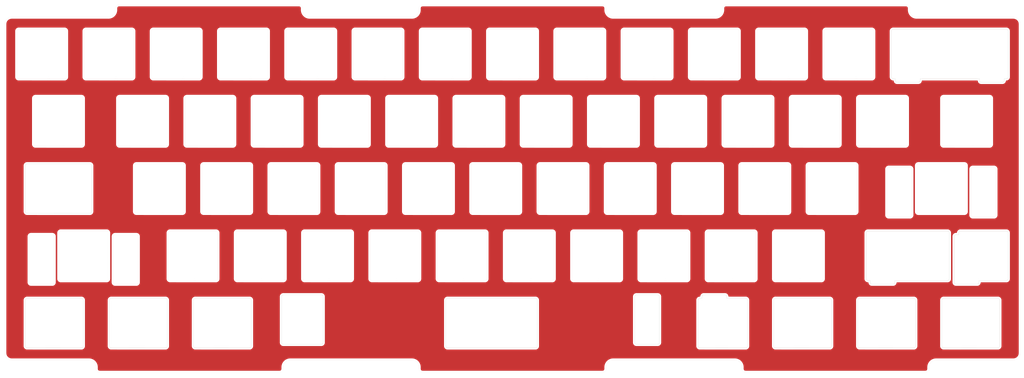
<source format=kicad_pcb>
(kicad_pcb (version 20200518) (host pcbnew "(5.99.0-1913-g40250c427)")
  (layers (0 "F.Cu" signal) (31 "B.Cu" signal) (34 "B.Paste" user) (35 "F.Paste" user) (36 "B.SilkS" user) (37 "F.SilkS" user) (38 "B.Mask" user) (39 "F.Mask" user) (44 "Edge.Cuts" user))
  (net 0 "")
  (module "acheron_MX_PlateSlots:MX150" (layer "F.Cu") (at 282.59425 64.35)
    (fp_text reference "REF**")
    (fp_text value "MX150")
    (fp_arc (start 6.5 6.5) (end 6.5 7) (angle -90) (layer "Edge.Cuts") (width 0.010007))
    (fp_line (start -7 -6.5) (end -7 6.490924) (layer "Edge.Cuts") (width 0.010007))
    (fp_arc (start 6.5 -6.5) (end 7 -6.5) (angle -90) (layer "Edge.Cuts") (width 0.010007))
    (fp_arc (start -6.5 -6.5) (end -6.5 -7) (angle -90) (layer "Edge.Cuts") (width 0.010007))
    (fp_line (start -6.5 6.990924) (end 6.5 7) (layer "Edge.Cuts") (width 0.010007))
    (fp_arc (start -6.5 6.490924) (end -7 6.490924) (angle -90) (layer "Edge.Cuts") (width 0.010007))
    (fp_line (start -6.5 -7) (end 6.5 -7) (layer "Edge.Cuts") (width 0.010007))
    (fp_line (start 7 -6.5) (end 7 6.5) (layer "Edge.Cuts") (width 0.010007))
  )
  (module "acheron_MX_PlateSlots:MX225" (layer "F.Cu") (at 275.4505 83.4)
    (fp_text reference "REF**")
    (fp_text value "MX225")
    (fp_line (start -7 -6.5) (end -7 6.5) (layer "Edge.Cuts") (width 0.010007))
    (fp_arc (start 6.5 -6.5) (end 7 -6.5) (angle -90) (layer "Edge.Cuts") (width 0.010007))
    (fp_arc (start -6.5 -6.5) (end -6.5 -7) (angle -90) (layer "Edge.Cuts") (width 0.010007))
    (fp_line (start -6.5 7) (end 6.5 7) (layer "Edge.Cuts") (width 0.010007))
    (fp_arc (start -6.5 6.5) (end -7 6.5) (angle -90) (layer "Edge.Cuts") (width 0.010007))
    (fp_line (start -6.5 -7) (end 6.5 -7) (layer "Edge.Cuts") (width 0.010007))
    (fp_arc (start 6.499672 6.500007) (end 6.499672 7.000007) (angle -90) (layer "Edge.Cuts") (width 0.010007))
    (fp_line (start 8.90625 -5.999992) (end 14.90625 -5.999992) (layer "Edge.Cuts") (width 0.010007))
    (fp_line (start 8.90625 8.000008) (end 14.90625 8.000008) (layer "Edge.Cuts") (width 0.010007))
    (fp_arc (start 14.90625 7.500008) (end 14.90625 8.000008) (angle -90) (layer "Edge.Cuts") (width 0.010007))
    (fp_line (start -14.90625 -6) (end -8.90625 -5.999992) (layer "Edge.Cuts") (width 0.010007))
    (fp_line (start -14.90625 8.000008) (end -8.90625 8.000008) (layer "Edge.Cuts") (width 0.010007))
    (fp_line (start -15.40625 -5.499992) (end -15.40625 7.500008) (layer "Edge.Cuts") (width 0.010007))
    (fp_line (start -8.40625 -5.499992) (end -8.40625 7.5) (layer "Edge.Cuts") (width 0.010007))
    (fp_line (start 8.40625 -5.499992) (end 8.40625 7.5) (layer "Edge.Cuts") (width 0.010007))
    (fp_line (start 15.40625 -5.499992) (end 15.40625 7.500008) (layer "Edge.Cuts") (width 0.010007))
    (fp_arc (start 8.90625 -5.5) (end 8.90625 -6) (angle -90) (layer "Edge.Cuts") (width 0.010007))
    (fp_arc (start 14.90625 -5.5) (end 15.40625 -5.5) (angle -90) (layer "Edge.Cuts") (width 0.010007))
    (fp_arc (start 8.90625 7.500008) (end 8.40625 7.500008) (angle -90) (layer "Edge.Cuts") (width 0.010007))
    (fp_arc (start -14.90625 -5.5) (end -14.90625 -6) (angle -90) (layer "Edge.Cuts") (width 0.010007))
    (fp_arc (start -8.90625 -5.5) (end -8.40625 -5.5) (angle -90) (layer "Edge.Cuts") (width 0.010007))
    (fp_arc (start -14.90625 7.500008) (end -15.40625 7.500008) (angle -90) (layer "Edge.Cuts") (width 0.010007))
    (fp_arc (start -8.90625 7.500008) (end -8.90625 8.000008) (angle -90) (layer "Edge.Cuts") (width 0.010007))
    (fp_line (start 6.999672 -6.499992) (end 6.999672 6.500007) (layer "Edge.Cuts") (width 0.010007))
  )
  (module "acheron_MX_PlateSlots:MX225" (layer "F.Cu") (at 32.563 102.45)
    (fp_text reference "REF**")
    (fp_text value "MX225")
    (fp_line (start 6.999672 -6.499992) (end 6.999672 6.500007) (layer "Edge.Cuts") (width 0.010007))
    (fp_arc (start -8.90625 7.500008) (end -8.90625 8.000008) (angle -90) (layer "Edge.Cuts") (width 0.010007))
    (fp_arc (start -14.90625 7.500008) (end -15.40625 7.500008) (angle -90) (layer "Edge.Cuts") (width 0.010007))
    (fp_arc (start -8.90625 -5.5) (end -8.40625 -5.5) (angle -90) (layer "Edge.Cuts") (width 0.010007))
    (fp_arc (start -14.90625 -5.5) (end -14.90625 -6) (angle -90) (layer "Edge.Cuts") (width 0.010007))
    (fp_arc (start 8.90625 7.500008) (end 8.40625 7.500008) (angle -90) (layer "Edge.Cuts") (width 0.010007))
    (fp_arc (start 14.90625 -5.5) (end 15.40625 -5.5) (angle -90) (layer "Edge.Cuts") (width 0.010007))
    (fp_arc (start 8.90625 -5.5) (end 8.90625 -6) (angle -90) (layer "Edge.Cuts") (width 0.010007))
    (fp_line (start 15.40625 -5.499992) (end 15.40625 7.500008) (layer "Edge.Cuts") (width 0.010007))
    (fp_line (start 8.40625 -5.499992) (end 8.40625 7.5) (layer "Edge.Cuts") (width 0.010007))
    (fp_line (start -8.40625 -5.499992) (end -8.40625 7.5) (layer "Edge.Cuts") (width 0.010007))
    (fp_line (start -15.40625 -5.499992) (end -15.40625 7.500008) (layer "Edge.Cuts") (width 0.010007))
    (fp_line (start -14.90625 8.000008) (end -8.90625 8.000008) (layer "Edge.Cuts") (width 0.010007))
    (fp_line (start -14.90625 -6) (end -8.90625 -5.999992) (layer "Edge.Cuts") (width 0.010007))
    (fp_arc (start 14.90625 7.500008) (end 14.90625 8.000008) (angle -90) (layer "Edge.Cuts") (width 0.010007))
    (fp_line (start 8.90625 8.000008) (end 14.90625 8.000008) (layer "Edge.Cuts") (width 0.010007))
    (fp_line (start 8.90625 -5.999992) (end 14.90625 -5.999992) (layer "Edge.Cuts") (width 0.010007))
    (fp_arc (start 6.499672 6.500007) (end 6.499672 7.000007) (angle -90) (layer "Edge.Cuts") (width 0.010007))
    (fp_line (start -6.5 -7) (end 6.5 -7) (layer "Edge.Cuts") (width 0.010007))
    (fp_arc (start -6.5 6.5) (end -7 6.5) (angle -90) (layer "Edge.Cuts") (width 0.010007))
    (fp_line (start -6.5 7) (end 6.5 7) (layer "Edge.Cuts") (width 0.010007))
    (fp_arc (start -6.5 -6.5) (end -6.5 -7) (angle -90) (layer "Edge.Cuts") (width 0.010007))
    (fp_arc (start 6.5 -6.5) (end 7 -6.5) (angle -90) (layer "Edge.Cuts") (width 0.010007))
    (fp_line (start -7 -6.5) (end -7 6.5) (layer "Edge.Cuts") (width 0.010007))
  )
  (module "acheron_MX_PlateSlots:MX100" (layer "F.Cu") (at 234.96925 102.45)
    (fp_text reference "REF**")
    (fp_text value "MX100")
    (fp_arc (start 6.5 6.5) (end 6.5 7) (angle -90) (layer "Edge.Cuts") (width 0.010007))
    (fp_line (start -7 -6.5) (end -7 6.490924) (layer "Edge.Cuts") (width 0.010007))
    (fp_arc (start 6.5 -6.5) (end 7 -6.5) (angle -90) (layer "Edge.Cuts") (width 0.010007))
    (fp_arc (start -6.5 -6.5) (end -6.5 -7) (angle -90) (layer "Edge.Cuts") (width 0.010007))
    (fp_line (start -6.5 6.990924) (end 6.5 7) (layer "Edge.Cuts") (width 0.010007))
    (fp_arc (start -6.5 6.490924) (end -7 6.490924) (angle -90) (layer "Edge.Cuts") (width 0.010007))
    (fp_line (start -6.5 -7) (end 6.5 -7) (layer "Edge.Cuts") (width 0.010007))
    (fp_line (start 7 -6.5) (end 7 6.5) (layer "Edge.Cuts") (width 0.010007))
  )
  (module "acheron_MX_PlateSlots:MX100" (layer "F.Cu") (at 215.91925 102.45)
    (fp_text reference "REF**")
    (fp_text value "MX100")
    (fp_line (start 7 -6.5) (end 7 6.5) (layer "Edge.Cuts") (width 0.010007))
    (fp_line (start -6.5 -7) (end 6.5 -7) (layer "Edge.Cuts") (width 0.010007))
    (fp_arc (start -6.5 6.490924) (end -7 6.490924) (angle -90) (layer "Edge.Cuts") (width 0.010007))
    (fp_line (start -6.5 6.990924) (end 6.5 7) (layer "Edge.Cuts") (width 0.010007))
    (fp_arc (start -6.5 -6.5) (end -6.5 -7) (angle -90) (layer "Edge.Cuts") (width 0.010007))
    (fp_arc (start 6.5 -6.5) (end 7 -6.5) (angle -90) (layer "Edge.Cuts") (width 0.010007))
    (fp_line (start -7 -6.5) (end -7 6.490924) (layer "Edge.Cuts") (width 0.010007))
    (fp_arc (start 6.5 6.5) (end 6.5 7) (angle -90) (layer "Edge.Cuts") (width 0.010007))
  )
  (module "acheron_MX_PlateSlots:MX100" (layer "F.Cu") (at 196.86925 102.45)
    (fp_text reference "REF**")
    (fp_text value "MX100")
    (fp_line (start 7 -6.5) (end 7 6.5) (layer "Edge.Cuts") (width 0.010007))
    (fp_line (start -6.5 -7) (end 6.5 -7) (layer "Edge.Cuts") (width 0.010007))
    (fp_arc (start -6.5 6.490924) (end -7 6.490924) (angle -90) (layer "Edge.Cuts") (width 0.010007))
    (fp_line (start -6.5 6.990924) (end 6.5 7) (layer "Edge.Cuts") (width 0.010007))
    (fp_arc (start -6.5 -6.5) (end -6.5 -7) (angle -90) (layer "Edge.Cuts") (width 0.010007))
    (fp_arc (start 6.5 -6.5) (end 7 -6.5) (angle -90) (layer "Edge.Cuts") (width 0.010007))
    (fp_line (start -7 -6.5) (end -7 6.490924) (layer "Edge.Cuts") (width 0.010007))
    (fp_arc (start 6.5 6.5) (end 6.5 7) (angle -90) (layer "Edge.Cuts") (width 0.010007))
  )
  (module "acheron_MX_PlateSlots:MX100" (layer "F.Cu") (at 120.66925 102.45)
    (fp_text reference "REF**")
    (fp_text value "MX100")
    (fp_arc (start 6.5 6.5) (end 6.5 7) (angle -90) (layer "Edge.Cuts") (width 0.010007))
    (fp_line (start -7 -6.5) (end -7 6.490924) (layer "Edge.Cuts") (width 0.010007))
    (fp_arc (start 6.5 -6.5) (end 7 -6.5) (angle -90) (layer "Edge.Cuts") (width 0.010007))
    (fp_arc (start -6.5 -6.5) (end -6.5 -7) (angle -90) (layer "Edge.Cuts") (width 0.010007))
    (fp_line (start -6.5 6.990924) (end 6.5 7) (layer "Edge.Cuts") (width 0.010007))
    (fp_arc (start -6.5 6.490924) (end -7 6.490924) (angle -90) (layer "Edge.Cuts") (width 0.010007))
    (fp_line (start -6.5 -7) (end 6.5 -7) (layer "Edge.Cuts") (width 0.010007))
    (fp_line (start 7 -6.5) (end 7 6.5) (layer "Edge.Cuts") (width 0.010007))
  )
  (module "acheron_MX_PlateSlots:MX100" (layer "F.Cu") (at 82.56925 102.45)
    (fp_text reference "REF**")
    (fp_text value "MX100")
    (fp_line (start 7 -6.5) (end 7 6.5) (layer "Edge.Cuts") (width 0.010007))
    (fp_line (start -6.5 -7) (end 6.5 -7) (layer "Edge.Cuts") (width 0.010007))
    (fp_arc (start -6.5 6.490924) (end -7 6.490924) (angle -90) (layer "Edge.Cuts") (width 0.010007))
    (fp_line (start -6.5 6.990924) (end 6.5 7) (layer "Edge.Cuts") (width 0.010007))
    (fp_arc (start -6.5 -6.5) (end -6.5 -7) (angle -90) (layer "Edge.Cuts") (width 0.010007))
    (fp_arc (start 6.5 -6.5) (end 7 -6.5) (angle -90) (layer "Edge.Cuts") (width 0.010007))
    (fp_line (start -7 -6.5) (end -7 6.490924) (layer "Edge.Cuts") (width 0.010007))
    (fp_arc (start 6.5 6.5) (end 6.5 7) (angle -90) (layer "Edge.Cuts") (width 0.010007))
  )
  (module "acheron_MX_PlateSlots:MX100" (layer "F.Cu") (at 139.71925 102.45)
    (fp_text reference "REF**")
    (fp_text value "MX100")
    (fp_line (start 7 -6.5) (end 7 6.5) (layer "Edge.Cuts") (width 0.010007))
    (fp_line (start -6.5 -7) (end 6.5 -7) (layer "Edge.Cuts") (width 0.010007))
    (fp_arc (start -6.5 6.490924) (end -7 6.490924) (angle -90) (layer "Edge.Cuts") (width 0.010007))
    (fp_line (start -6.5 6.990924) (end 6.5 7) (layer "Edge.Cuts") (width 0.010007))
    (fp_arc (start -6.5 -6.5) (end -6.5 -7) (angle -90) (layer "Edge.Cuts") (width 0.010007))
    (fp_arc (start 6.5 -6.5) (end 7 -6.5) (angle -90) (layer "Edge.Cuts") (width 0.010007))
    (fp_line (start -7 -6.5) (end -7 6.490924) (layer "Edge.Cuts") (width 0.010007))
    (fp_arc (start 6.5 6.5) (end 6.5 7) (angle -90) (layer "Edge.Cuts") (width 0.010007))
  )
  (module "acheron_MX_PlateSlots:MX100" (layer "F.Cu") (at 177.81925 102.45)
    (fp_text reference "REF**")
    (fp_text value "MX100")
    (fp_line (start 7 -6.5) (end 7 6.5) (layer "Edge.Cuts") (width 0.010007))
    (fp_line (start -6.5 -7) (end 6.5 -7) (layer "Edge.Cuts") (width 0.010007))
    (fp_arc (start -6.5 6.490924) (end -7 6.490924) (angle -90) (layer "Edge.Cuts") (width 0.010007))
    (fp_line (start -6.5 6.990924) (end 6.5 7) (layer "Edge.Cuts") (width 0.010007))
    (fp_arc (start -6.5 -6.5) (end -6.5 -7) (angle -90) (layer "Edge.Cuts") (width 0.010007))
    (fp_arc (start 6.5 -6.5) (end 7 -6.5) (angle -90) (layer "Edge.Cuts") (width 0.010007))
    (fp_line (start -7 -6.5) (end -7 6.490924) (layer "Edge.Cuts") (width 0.010007))
    (fp_arc (start 6.5 6.5) (end 6.5 7) (angle -90) (layer "Edge.Cuts") (width 0.010007))
  )
  (module "acheron_MX_PlateSlots:MX100" (layer "F.Cu") (at 158.76925 102.45)
    (fp_text reference "REF**")
    (fp_text value "MX100")
    (fp_arc (start 6.5 6.5) (end 6.5 7) (angle -90) (layer "Edge.Cuts") (width 0.010007))
    (fp_line (start -7 -6.5) (end -7 6.490924) (layer "Edge.Cuts") (width 0.010007))
    (fp_arc (start 6.5 -6.5) (end 7 -6.5) (angle -90) (layer "Edge.Cuts") (width 0.010007))
    (fp_arc (start -6.5 -6.5) (end -6.5 -7) (angle -90) (layer "Edge.Cuts") (width 0.010007))
    (fp_line (start -6.5 6.990924) (end 6.5 7) (layer "Edge.Cuts") (width 0.010007))
    (fp_arc (start -6.5 6.490924) (end -7 6.490924) (angle -90) (layer "Edge.Cuts") (width 0.010007))
    (fp_line (start -6.5 -7) (end 6.5 -7) (layer "Edge.Cuts") (width 0.010007))
    (fp_line (start 7 -6.5) (end 7 6.5) (layer "Edge.Cuts") (width 0.010007))
  )
  (module "acheron_MX_PlateSlots:MX100" (layer "F.Cu") (at 101.61925 102.45)
    (fp_text reference "REF**")
    (fp_text value "MX100")
    (fp_arc (start 6.5 6.5) (end 6.5 7) (angle -90) (layer "Edge.Cuts") (width 0.010007))
    (fp_line (start -7 -6.5) (end -7 6.490924) (layer "Edge.Cuts") (width 0.010007))
    (fp_arc (start 6.5 -6.5) (end 7 -6.5) (angle -90) (layer "Edge.Cuts") (width 0.010007))
    (fp_arc (start -6.5 -6.5) (end -6.5 -7) (angle -90) (layer "Edge.Cuts") (width 0.010007))
    (fp_line (start -6.5 6.990924) (end 6.5 7) (layer "Edge.Cuts") (width 0.010007))
    (fp_arc (start -6.5 6.490924) (end -7 6.490924) (angle -90) (layer "Edge.Cuts") (width 0.010007))
    (fp_line (start -6.5 -7) (end 6.5 -7) (layer "Edge.Cuts") (width 0.010007))
    (fp_line (start 7 -6.5) (end 7 6.5) (layer "Edge.Cuts") (width 0.010007))
  )
  (module "acheron_MX_PlateSlots:MX100" (layer "F.Cu") (at 63.51925 102.45)
    (fp_text reference "REF**")
    (fp_text value "MX100")
    (fp_arc (start 6.5 6.5) (end 6.5 7) (angle -90) (layer "Edge.Cuts") (width 0.010007))
    (fp_line (start -7 -6.5) (end -7 6.490924) (layer "Edge.Cuts") (width 0.010007))
    (fp_arc (start 6.5 -6.5) (end 7 -6.5) (angle -90) (layer "Edge.Cuts") (width 0.010007))
    (fp_arc (start -6.5 -6.5) (end -6.5 -7) (angle -90) (layer "Edge.Cuts") (width 0.010007))
    (fp_line (start -6.5 6.990924) (end 6.5 7) (layer "Edge.Cuts") (width 0.010007))
    (fp_arc (start -6.5 6.490924) (end -7 6.490924) (angle -90) (layer "Edge.Cuts") (width 0.010007))
    (fp_line (start -6.5 -7) (end 6.5 -7) (layer "Edge.Cuts") (width 0.010007))
    (fp_line (start 7 -6.5) (end 7 6.5) (layer "Edge.Cuts") (width 0.010007))
  )
  (module "acheron_MX_PlateSlots:MX100" (layer "F.Cu") (at 149.24425 83.4)
    (fp_text reference "REF**")
    (fp_text value "MX100")
    (fp_line (start 7 -6.5) (end 7 6.5) (layer "Edge.Cuts") (width 0.010007))
    (fp_line (start -6.5 -7) (end 6.5 -7) (layer "Edge.Cuts") (width 0.010007))
    (fp_arc (start -6.5 6.490924) (end -7 6.490924) (angle -90) (layer "Edge.Cuts") (width 0.010007))
    (fp_line (start -6.5 6.990924) (end 6.5 7) (layer "Edge.Cuts") (width 0.010007))
    (fp_arc (start -6.5 -6.5) (end -6.5 -7) (angle -90) (layer "Edge.Cuts") (width 0.010007))
    (fp_arc (start 6.5 -6.5) (end 7 -6.5) (angle -90) (layer "Edge.Cuts") (width 0.010007))
    (fp_line (start -7 -6.5) (end -7 6.490924) (layer "Edge.Cuts") (width 0.010007))
    (fp_arc (start 6.5 6.5) (end 6.5 7) (angle -90) (layer "Edge.Cuts") (width 0.010007))
  )
  (module "acheron_MX_PlateSlots:MX100" (layer "F.Cu") (at 73.04425 83.4)
    (fp_text reference "REF**")
    (fp_text value "MX100")
    (fp_arc (start 6.5 6.5) (end 6.5 7) (angle -90) (layer "Edge.Cuts") (width 0.010007))
    (fp_line (start -7 -6.5) (end -7 6.490924) (layer "Edge.Cuts") (width 0.010007))
    (fp_arc (start 6.5 -6.5) (end 7 -6.5) (angle -90) (layer "Edge.Cuts") (width 0.010007))
    (fp_arc (start -6.5 -6.5) (end -6.5 -7) (angle -90) (layer "Edge.Cuts") (width 0.010007))
    (fp_line (start -6.5 6.990924) (end 6.5 7) (layer "Edge.Cuts") (width 0.010007))
    (fp_arc (start -6.5 6.490924) (end -7 6.490924) (angle -90) (layer "Edge.Cuts") (width 0.010007))
    (fp_line (start -6.5 -7) (end 6.5 -7) (layer "Edge.Cuts") (width 0.010007))
    (fp_line (start 7 -6.5) (end 7 6.5) (layer "Edge.Cuts") (width 0.010007))
  )
  (module "acheron_MX_PlateSlots:MX100" (layer "F.Cu") (at 53.99425 83.4)
    (fp_text reference "REF**")
    (fp_text value "MX100")
    (fp_line (start 7 -6.5) (end 7 6.5) (layer "Edge.Cuts") (width 0.010007))
    (fp_line (start -6.5 -7) (end 6.5 -7) (layer "Edge.Cuts") (width 0.010007))
    (fp_arc (start -6.5 6.490924) (end -7 6.490924) (angle -90) (layer "Edge.Cuts") (width 0.010007))
    (fp_line (start -6.5 6.990924) (end 6.5 7) (layer "Edge.Cuts") (width 0.010007))
    (fp_arc (start -6.5 -6.5) (end -6.5 -7) (angle -90) (layer "Edge.Cuts") (width 0.010007))
    (fp_arc (start 6.5 -6.5) (end 7 -6.5) (angle -90) (layer "Edge.Cuts") (width 0.010007))
    (fp_line (start -7 -6.5) (end -7 6.490924) (layer "Edge.Cuts") (width 0.010007))
    (fp_arc (start 6.5 6.5) (end 6.5 7) (angle -90) (layer "Edge.Cuts") (width 0.010007))
  )
  (module "acheron_MX_PlateSlots:MX100" (layer "F.Cu") (at 130.19425 83.4)
    (fp_text reference "REF**")
    (fp_text value "MX100")
    (fp_arc (start 6.5 6.5) (end 6.5 7) (angle -90) (layer "Edge.Cuts") (width 0.010007))
    (fp_line (start -7 -6.5) (end -7 6.490924) (layer "Edge.Cuts") (width 0.010007))
    (fp_arc (start 6.5 -6.5) (end 7 -6.5) (angle -90) (layer "Edge.Cuts") (width 0.010007))
    (fp_arc (start -6.5 -6.5) (end -6.5 -7) (angle -90) (layer "Edge.Cuts") (width 0.010007))
    (fp_line (start -6.5 6.990924) (end 6.5 7) (layer "Edge.Cuts") (width 0.010007))
    (fp_arc (start -6.5 6.490924) (end -7 6.490924) (angle -90) (layer "Edge.Cuts") (width 0.010007))
    (fp_line (start -6.5 -7) (end 6.5 -7) (layer "Edge.Cuts") (width 0.010007))
    (fp_line (start 7 -6.5) (end 7 6.5) (layer "Edge.Cuts") (width 0.010007))
  )
  (module "acheron_MX_PlateSlots:MX100" (layer "F.Cu") (at 111.14425 83.4)
    (fp_text reference "REF**")
    (fp_text value "MX100")
    (fp_line (start 7 -6.5) (end 7 6.5) (layer "Edge.Cuts") (width 0.010007))
    (fp_line (start -6.5 -7) (end 6.5 -7) (layer "Edge.Cuts") (width 0.010007))
    (fp_arc (start -6.5 6.490924) (end -7 6.490924) (angle -90) (layer "Edge.Cuts") (width 0.010007))
    (fp_line (start -6.5 6.990924) (end 6.5 7) (layer "Edge.Cuts") (width 0.010007))
    (fp_arc (start -6.5 -6.5) (end -6.5 -7) (angle -90) (layer "Edge.Cuts") (width 0.010007))
    (fp_arc (start 6.5 -6.5) (end 7 -6.5) (angle -90) (layer "Edge.Cuts") (width 0.010007))
    (fp_line (start -7 -6.5) (end -7 6.490924) (layer "Edge.Cuts") (width 0.010007))
    (fp_arc (start 6.5 6.5) (end 6.5 7) (angle -90) (layer "Edge.Cuts") (width 0.010007))
  )
  (module "acheron_MX_PlateSlots:MX100" (layer "F.Cu") (at 92.09425 83.4)
    (fp_text reference "REF**")
    (fp_text value "MX100")
    (fp_line (start 7 -6.5) (end 7 6.5) (layer "Edge.Cuts") (width 0.010007))
    (fp_line (start -6.5 -7) (end 6.5 -7) (layer "Edge.Cuts") (width 0.010007))
    (fp_arc (start -6.5 6.490924) (end -7 6.490924) (angle -90) (layer "Edge.Cuts") (width 0.010007))
    (fp_line (start -6.5 6.990924) (end 6.5 7) (layer "Edge.Cuts") (width 0.010007))
    (fp_arc (start -6.5 -6.5) (end -6.5 -7) (angle -90) (layer "Edge.Cuts") (width 0.010007))
    (fp_arc (start 6.5 -6.5) (end 7 -6.5) (angle -90) (layer "Edge.Cuts") (width 0.010007))
    (fp_line (start -7 -6.5) (end -7 6.490924) (layer "Edge.Cuts") (width 0.010007))
    (fp_arc (start 6.5 6.5) (end 6.5 7) (angle -90) (layer "Edge.Cuts") (width 0.010007))
  )
  (module "acheron_MX_PlateSlots:MX100" (layer "F.Cu") (at 225.44425 83.4)
    (fp_text reference "REF**")
    (fp_text value "MX100")
    (fp_arc (start 6.5 6.5) (end 6.5 7) (angle -90) (layer "Edge.Cuts") (width 0.010007))
    (fp_line (start -7 -6.5) (end -7 6.490924) (layer "Edge.Cuts") (width 0.010007))
    (fp_arc (start 6.5 -6.5) (end 7 -6.5) (angle -90) (layer "Edge.Cuts") (width 0.010007))
    (fp_arc (start -6.5 -6.5) (end -6.5 -7) (angle -90) (layer "Edge.Cuts") (width 0.010007))
    (fp_line (start -6.5 6.990924) (end 6.5 7) (layer "Edge.Cuts") (width 0.010007))
    (fp_arc (start -6.5 6.490924) (end -7 6.490924) (angle -90) (layer "Edge.Cuts") (width 0.010007))
    (fp_line (start -6.5 -7) (end 6.5 -7) (layer "Edge.Cuts") (width 0.010007))
    (fp_line (start 7 -6.5) (end 7 6.5) (layer "Edge.Cuts") (width 0.010007))
  )
  (module "acheron_MX_PlateSlots:MX100" (layer "F.Cu") (at 187.34425 83.4)
    (fp_text reference "REF**")
    (fp_text value "MX100")
    (fp_line (start 7 -6.5) (end 7 6.5) (layer "Edge.Cuts") (width 0.010007))
    (fp_line (start -6.5 -7) (end 6.5 -7) (layer "Edge.Cuts") (width 0.010007))
    (fp_arc (start -6.5 6.490924) (end -7 6.490924) (angle -90) (layer "Edge.Cuts") (width 0.010007))
    (fp_line (start -6.5 6.990924) (end 6.5 7) (layer "Edge.Cuts") (width 0.010007))
    (fp_arc (start -6.5 -6.5) (end -6.5 -7) (angle -90) (layer "Edge.Cuts") (width 0.010007))
    (fp_arc (start 6.5 -6.5) (end 7 -6.5) (angle -90) (layer "Edge.Cuts") (width 0.010007))
    (fp_line (start -7 -6.5) (end -7 6.490924) (layer "Edge.Cuts") (width 0.010007))
    (fp_arc (start 6.5 6.5) (end 6.5 7) (angle -90) (layer "Edge.Cuts") (width 0.010007))
  )
  (module "acheron_MX_PlateSlots:MX100" (layer "F.Cu") (at 244.49425 83.4)
    (fp_text reference "REF**")
    (fp_text value "MX100")
    (fp_line (start 7 -6.5) (end 7 6.5) (layer "Edge.Cuts") (width 0.010007))
    (fp_line (start -6.5 -7) (end 6.5 -7) (layer "Edge.Cuts") (width 0.010007))
    (fp_arc (start -6.5 6.490924) (end -7 6.490924) (angle -90) (layer "Edge.Cuts") (width 0.010007))
    (fp_line (start -6.5 6.990924) (end 6.5 7) (layer "Edge.Cuts") (width 0.010007))
    (fp_arc (start -6.5 -6.5) (end -6.5 -7) (angle -90) (layer "Edge.Cuts") (width 0.010007))
    (fp_arc (start 6.5 -6.5) (end 7 -6.5) (angle -90) (layer "Edge.Cuts") (width 0.010007))
    (fp_line (start -7 -6.5) (end -7 6.490924) (layer "Edge.Cuts") (width 0.010007))
    (fp_arc (start 6.5 6.5) (end 6.5 7) (angle -90) (layer "Edge.Cuts") (width 0.010007))
  )
  (module "acheron_MX_PlateSlots:MX100" (layer "F.Cu") (at 206.39425 83.4)
    (fp_text reference "REF**")
    (fp_text value "MX100")
    (fp_arc (start 6.5 6.5) (end 6.5 7) (angle -90) (layer "Edge.Cuts") (width 0.010007))
    (fp_line (start -7 -6.5) (end -7 6.490924) (layer "Edge.Cuts") (width 0.010007))
    (fp_arc (start 6.5 -6.5) (end 7 -6.5) (angle -90) (layer "Edge.Cuts") (width 0.010007))
    (fp_arc (start -6.5 -6.5) (end -6.5 -7) (angle -90) (layer "Edge.Cuts") (width 0.010007))
    (fp_line (start -6.5 6.990924) (end 6.5 7) (layer "Edge.Cuts") (width 0.010007))
    (fp_arc (start -6.5 6.490924) (end -7 6.490924) (angle -90) (layer "Edge.Cuts") (width 0.010007))
    (fp_line (start -6.5 -7) (end 6.5 -7) (layer "Edge.Cuts") (width 0.010007))
    (fp_line (start 7 -6.5) (end 7 6.5) (layer "Edge.Cuts") (width 0.010007))
  )
  (module "acheron_MX_PlateSlots:MX100" (layer "F.Cu") (at 168.29425 83.4)
    (fp_text reference "REF**")
    (fp_text value "MX100")
    (fp_arc (start 6.5 6.5) (end 6.5 7) (angle -90) (layer "Edge.Cuts") (width 0.010007))
    (fp_line (start -7 -6.5) (end -7 6.490924) (layer "Edge.Cuts") (width 0.010007))
    (fp_arc (start 6.5 -6.5) (end 7 -6.5) (angle -90) (layer "Edge.Cuts") (width 0.010007))
    (fp_arc (start -6.5 -6.5) (end -6.5 -7) (angle -90) (layer "Edge.Cuts") (width 0.010007))
    (fp_line (start -6.5 6.990924) (end 6.5 7) (layer "Edge.Cuts") (width 0.010007))
    (fp_arc (start -6.5 6.490924) (end -7 6.490924) (angle -90) (layer "Edge.Cuts") (width 0.010007))
    (fp_line (start -6.5 -7) (end 6.5 -7) (layer "Edge.Cuts") (width 0.010007))
    (fp_line (start 7 -6.5) (end 7 6.5) (layer "Edge.Cuts") (width 0.010007))
  )
  (module "acheron_MX_PlateSlots:MX100" (layer "F.Cu") (at 258.78175 64.35)
    (fp_text reference "REF**")
    (fp_text value "MX100")
    (fp_arc (start 6.5 6.5) (end 6.5 7) (angle -90) (layer "Edge.Cuts") (width 0.010007))
    (fp_line (start -7 -6.5) (end -7 6.490924) (layer "Edge.Cuts") (width 0.010007))
    (fp_arc (start 6.5 -6.5) (end 7 -6.5) (angle -90) (layer "Edge.Cuts") (width 0.010007))
    (fp_arc (start -6.5 -6.5) (end -6.5 -7) (angle -90) (layer "Edge.Cuts") (width 0.010007))
    (fp_line (start -6.5 6.990924) (end 6.5 7) (layer "Edge.Cuts") (width 0.010007))
    (fp_arc (start -6.5 6.490924) (end -7 6.490924) (angle -90) (layer "Edge.Cuts") (width 0.010007))
    (fp_line (start -6.5 -7) (end 6.5 -7) (layer "Edge.Cuts") (width 0.010007))
    (fp_line (start 7 -6.5) (end 7 6.5) (layer "Edge.Cuts") (width 0.010007))
  )
  (module "acheron_MX_PlateSlots:MX100" (layer "F.Cu") (at 106.38175 64.35)
    (fp_text reference "REF**")
    (fp_text value "MX100")
    (fp_arc (start 6.5 6.5) (end 6.5 7) (angle -90) (layer "Edge.Cuts") (width 0.010007))
    (fp_line (start -7 -6.5) (end -7 6.490924) (layer "Edge.Cuts") (width 0.010007))
    (fp_arc (start 6.5 -6.5) (end 7 -6.5) (angle -90) (layer "Edge.Cuts") (width 0.010007))
    (fp_arc (start -6.5 -6.5) (end -6.5 -7) (angle -90) (layer "Edge.Cuts") (width 0.010007))
    (fp_line (start -6.5 6.990924) (end 6.5 7) (layer "Edge.Cuts") (width 0.010007))
    (fp_arc (start -6.5 6.490924) (end -7 6.490924) (angle -90) (layer "Edge.Cuts") (width 0.010007))
    (fp_line (start -6.5 -7) (end 6.5 -7) (layer "Edge.Cuts") (width 0.010007))
    (fp_line (start 7 -6.5) (end 7 6.5) (layer "Edge.Cuts") (width 0.010007))
  )
  (module "acheron_MX_PlateSlots:MX100" (layer "F.Cu") (at 220.68175 64.35)
    (fp_text reference "REF**")
    (fp_text value "MX100")
    (fp_line (start 7 -6.5) (end 7 6.5) (layer "Edge.Cuts") (width 0.010007))
    (fp_line (start -6.5 -7) (end 6.5 -7) (layer "Edge.Cuts") (width 0.010007))
    (fp_arc (start -6.5 6.490924) (end -7 6.490924) (angle -90) (layer "Edge.Cuts") (width 0.010007))
    (fp_line (start -6.5 6.990924) (end 6.5 7) (layer "Edge.Cuts") (width 0.010007))
    (fp_arc (start -6.5 -6.5) (end -6.5 -7) (angle -90) (layer "Edge.Cuts") (width 0.010007))
    (fp_arc (start 6.5 -6.5) (end 7 -6.5) (angle -90) (layer "Edge.Cuts") (width 0.010007))
    (fp_line (start -7 -6.5) (end -7 6.490924) (layer "Edge.Cuts") (width 0.010007))
    (fp_arc (start 6.5 6.5) (end 6.5 7) (angle -90) (layer "Edge.Cuts") (width 0.010007))
  )
  (module "acheron_MX_PlateSlots:MX100" (layer "F.Cu") (at 182.58175 64.35)
    (fp_text reference "REF**")
    (fp_text value "MX100")
    (fp_line (start 7 -6.5) (end 7 6.5) (layer "Edge.Cuts") (width 0.010007))
    (fp_line (start -6.5 -7) (end 6.5 -7) (layer "Edge.Cuts") (width 0.010007))
    (fp_arc (start -6.5 6.490924) (end -7 6.490924) (angle -90) (layer "Edge.Cuts") (width 0.010007))
    (fp_line (start -6.5 6.990924) (end 6.5 7) (layer "Edge.Cuts") (width 0.010007))
    (fp_arc (start -6.5 -6.5) (end -6.5 -7) (angle -90) (layer "Edge.Cuts") (width 0.010007))
    (fp_arc (start 6.5 -6.5) (end 7 -6.5) (angle -90) (layer "Edge.Cuts") (width 0.010007))
    (fp_line (start -7 -6.5) (end -7 6.490924) (layer "Edge.Cuts") (width 0.010007))
    (fp_arc (start 6.5 6.5) (end 6.5 7) (angle -90) (layer "Edge.Cuts") (width 0.010007))
  )
  (module "acheron_MX_PlateSlots:MX100" (layer "F.Cu") (at 125.43175 64.35)
    (fp_text reference "REF**")
    (fp_text value "MX100")
    (fp_line (start 7 -6.5) (end 7 6.5) (layer "Edge.Cuts") (width 0.010007))
    (fp_line (start -6.5 -7) (end 6.5 -7) (layer "Edge.Cuts") (width 0.010007))
    (fp_arc (start -6.5 6.490924) (end -7 6.490924) (angle -90) (layer "Edge.Cuts") (width 0.010007))
    (fp_line (start -6.5 6.990924) (end 6.5 7) (layer "Edge.Cuts") (width 0.010007))
    (fp_arc (start -6.5 -6.5) (end -6.5 -7) (angle -90) (layer "Edge.Cuts") (width 0.010007))
    (fp_arc (start 6.5 -6.5) (end 7 -6.5) (angle -90) (layer "Edge.Cuts") (width 0.010007))
    (fp_line (start -7 -6.5) (end -7 6.490924) (layer "Edge.Cuts") (width 0.010007))
    (fp_arc (start 6.5 6.5) (end 6.5 7) (angle -90) (layer "Edge.Cuts") (width 0.010007))
  )
  (module "acheron_MX_PlateSlots:MX100" (layer "F.Cu") (at 68.28175 64.35)
    (fp_text reference "REF**")
    (fp_text value "MX100")
    (fp_line (start 7 -6.5) (end 7 6.5) (layer "Edge.Cuts") (width 0.010007))
    (fp_line (start -6.5 -7) (end 6.5 -7) (layer "Edge.Cuts") (width 0.010007))
    (fp_arc (start -6.5 6.490924) (end -7 6.490924) (angle -90) (layer "Edge.Cuts") (width 0.010007))
    (fp_line (start -6.5 6.990924) (end 6.5 7) (layer "Edge.Cuts") (width 0.010007))
    (fp_arc (start -6.5 -6.5) (end -6.5 -7) (angle -90) (layer "Edge.Cuts") (width 0.010007))
    (fp_arc (start 6.5 -6.5) (end 7 -6.5) (angle -90) (layer "Edge.Cuts") (width 0.010007))
    (fp_line (start -7 -6.5) (end -7 6.490924) (layer "Edge.Cuts") (width 0.010007))
    (fp_arc (start 6.5 6.5) (end 6.5 7) (angle -90) (layer "Edge.Cuts") (width 0.010007))
  )
  (module "acheron_MX_PlateSlots:MX100" (layer "F.Cu") (at 201.63175 64.35)
    (fp_text reference "REF**")
    (fp_text value "MX100")
    (fp_arc (start 6.5 6.5) (end 6.5 7) (angle -90) (layer "Edge.Cuts") (width 0.010007))
    (fp_line (start -7 -6.5) (end -7 6.490924) (layer "Edge.Cuts") (width 0.010007))
    (fp_arc (start 6.5 -6.5) (end 7 -6.5) (angle -90) (layer "Edge.Cuts") (width 0.010007))
    (fp_arc (start -6.5 -6.5) (end -6.5 -7) (angle -90) (layer "Edge.Cuts") (width 0.010007))
    (fp_line (start -6.5 6.990924) (end 6.5 7) (layer "Edge.Cuts") (width 0.010007))
    (fp_arc (start -6.5 6.490924) (end -7 6.490924) (angle -90) (layer "Edge.Cuts") (width 0.010007))
    (fp_line (start -6.5 -7) (end 6.5 -7) (layer "Edge.Cuts") (width 0.010007))
    (fp_line (start 7 -6.5) (end 7 6.5) (layer "Edge.Cuts") (width 0.010007))
  )
  (module "acheron_MX_PlateSlots:MX100" (layer "F.Cu") (at 163.53175 64.35)
    (fp_text reference "REF**")
    (fp_text value "MX100")
    (fp_arc (start 6.5 6.5) (end 6.5 7) (angle -90) (layer "Edge.Cuts") (width 0.010007))
    (fp_line (start -7 -6.5) (end -7 6.490924) (layer "Edge.Cuts") (width 0.010007))
    (fp_arc (start 6.5 -6.5) (end 7 -6.5) (angle -90) (layer "Edge.Cuts") (width 0.010007))
    (fp_arc (start -6.5 -6.5) (end -6.5 -7) (angle -90) (layer "Edge.Cuts") (width 0.010007))
    (fp_line (start -6.5 6.990924) (end 6.5 7) (layer "Edge.Cuts") (width 0.010007))
    (fp_arc (start -6.5 6.490924) (end -7 6.490924) (angle -90) (layer "Edge.Cuts") (width 0.010007))
    (fp_line (start -6.5 -7) (end 6.5 -7) (layer "Edge.Cuts") (width 0.010007))
    (fp_line (start 7 -6.5) (end 7 6.5) (layer "Edge.Cuts") (width 0.010007))
  )
  (module "acheron_MX_PlateSlots:MX100" (layer "F.Cu") (at 144.48175 64.35)
    (fp_text reference "REF**")
    (fp_text value "MX100")
    (fp_arc (start 6.5 6.5) (end 6.5 7) (angle -90) (layer "Edge.Cuts") (width 0.010007))
    (fp_line (start -7 -6.5) (end -7 6.490924) (layer "Edge.Cuts") (width 0.010007))
    (fp_arc (start 6.5 -6.5) (end 7 -6.5) (angle -90) (layer "Edge.Cuts") (width 0.010007))
    (fp_arc (start -6.5 -6.5) (end -6.5 -7) (angle -90) (layer "Edge.Cuts") (width 0.010007))
    (fp_line (start -6.5 6.990924) (end 6.5 7) (layer "Edge.Cuts") (width 0.010007))
    (fp_arc (start -6.5 6.490924) (end -7 6.490924) (angle -90) (layer "Edge.Cuts") (width 0.010007))
    (fp_line (start -6.5 -7) (end 6.5 -7) (layer "Edge.Cuts") (width 0.010007))
    (fp_line (start 7 -6.5) (end 7 6.5) (layer "Edge.Cuts") (width 0.010007))
  )
  (module "acheron_MX_PlateSlots:MX100" (layer "F.Cu") (at 49.23175 64.35)
    (fp_text reference "REF**")
    (fp_text value "MX100")
    (fp_arc (start 6.5 6.5) (end 6.5 7) (angle -90) (layer "Edge.Cuts") (width 0.010007))
    (fp_line (start -7 -6.5) (end -7 6.490924) (layer "Edge.Cuts") (width 0.010007))
    (fp_arc (start 6.5 -6.5) (end 7 -6.5) (angle -90) (layer "Edge.Cuts") (width 0.010007))
    (fp_arc (start -6.5 -6.5) (end -6.5 -7) (angle -90) (layer "Edge.Cuts") (width 0.010007))
    (fp_line (start -6.5 6.990924) (end 6.5 7) (layer "Edge.Cuts") (width 0.010007))
    (fp_arc (start -6.5 6.490924) (end -7 6.490924) (angle -90) (layer "Edge.Cuts") (width 0.010007))
    (fp_line (start -6.5 -7) (end 6.5 -7) (layer "Edge.Cuts") (width 0.010007))
    (fp_line (start 7 -6.5) (end 7 6.5) (layer "Edge.Cuts") (width 0.010007))
  )
  (module "acheron_MX_PlateSlots:MX100" (layer "F.Cu") (at 239.73175 64.35)
    (fp_text reference "REF**")
    (fp_text value "MX100")
    (fp_line (start 7 -6.5) (end 7 6.5) (layer "Edge.Cuts") (width 0.010007))
    (fp_line (start -6.5 -7) (end 6.5 -7) (layer "Edge.Cuts") (width 0.010007))
    (fp_arc (start -6.5 6.490924) (end -7 6.490924) (angle -90) (layer "Edge.Cuts") (width 0.010007))
    (fp_line (start -6.5 6.990924) (end 6.5 7) (layer "Edge.Cuts") (width 0.010007))
    (fp_arc (start -6.5 -6.5) (end -6.5 -7) (angle -90) (layer "Edge.Cuts") (width 0.010007))
    (fp_arc (start 6.5 -6.5) (end 7 -6.5) (angle -90) (layer "Edge.Cuts") (width 0.010007))
    (fp_line (start -7 -6.5) (end -7 6.490924) (layer "Edge.Cuts") (width 0.010007))
    (fp_arc (start 6.5 6.5) (end 6.5 7) (angle -90) (layer "Edge.Cuts") (width 0.010007))
  )
  (module "acheron_MX_PlateSlots:MX100" (layer "F.Cu") (at 87.33175 64.35)
    (fp_text reference "REF**")
    (fp_text value "MX100")
    (fp_line (start 7 -6.5) (end 7 6.5) (layer "Edge.Cuts") (width 0.010007))
    (fp_line (start -6.5 -7) (end 6.5 -7) (layer "Edge.Cuts") (width 0.010007))
    (fp_arc (start -6.5 6.490924) (end -7 6.490924) (angle -90) (layer "Edge.Cuts") (width 0.010007))
    (fp_line (start -6.5 6.990924) (end 6.5 7) (layer "Edge.Cuts") (width 0.010007))
    (fp_arc (start -6.5 -6.5) (end -6.5 -7) (angle -90) (layer "Edge.Cuts") (width 0.010007))
    (fp_arc (start 6.5 -6.5) (end 7 -6.5) (angle -90) (layer "Edge.Cuts") (width 0.010007))
    (fp_line (start -7 -6.5) (end -7 6.490924) (layer "Edge.Cuts") (width 0.010007))
    (fp_arc (start 6.5 6.5) (end 6.5 7) (angle -90) (layer "Edge.Cuts") (width 0.010007))
  )
  (module "acheron_MX_PlateSlots:MX150" (layer "F.Cu") (at 25.41925 64.35)
    (fp_text reference "REF**")
    (fp_text value "MX150")
    (fp_line (start 7 -6.5) (end 7 6.5) (layer "Edge.Cuts") (width 0.010007))
    (fp_line (start -6.5 -7) (end 6.5 -7) (layer "Edge.Cuts") (width 0.010007))
    (fp_arc (start -6.5 6.490924) (end -7 6.490924) (angle -90) (layer "Edge.Cuts") (width 0.010007))
    (fp_line (start -6.5 6.990924) (end 6.5 7) (layer "Edge.Cuts") (width 0.010007))
    (fp_arc (start -6.5 -6.5) (end -6.5 -7) (angle -90) (layer "Edge.Cuts") (width 0.010007))
    (fp_arc (start 6.5 -6.5) (end 7 -6.5) (angle -90) (layer "Edge.Cuts") (width 0.010007))
    (fp_line (start -7 -6.5) (end -7 6.490924) (layer "Edge.Cuts") (width 0.010007))
    (fp_arc (start 6.5 6.5) (end 6.5 7) (angle -90) (layer "Edge.Cuts") (width 0.010007))
  )
  (module "acheron_MX_PlateSlots:MX100" (layer "F.Cu") (at 249.25675 45.3)
    (fp_text reference "REF**")
    (fp_text value "MX100")
    (fp_arc (start 6.5 6.5) (end 6.5 7) (angle -90) (layer "Edge.Cuts") (width 0.010007))
    (fp_line (start -7 -6.5) (end -7 6.490924) (layer "Edge.Cuts") (width 0.010007))
    (fp_arc (start 6.5 -6.5) (end 7 -6.5) (angle -90) (layer "Edge.Cuts") (width 0.010007))
    (fp_arc (start -6.5 -6.5) (end -6.5 -7) (angle -90) (layer "Edge.Cuts") (width 0.010007))
    (fp_line (start -6.5 6.990924) (end 6.5 7) (layer "Edge.Cuts") (width 0.010007))
    (fp_arc (start -6.5 6.490924) (end -7 6.490924) (angle -90) (layer "Edge.Cuts") (width 0.010007))
    (fp_line (start -6.5 -7) (end 6.5 -7) (layer "Edge.Cuts") (width 0.010007))
    (fp_line (start 7 -6.5) (end 7 6.5) (layer "Edge.Cuts") (width 0.010007))
  )
  (module "acheron_MX_PlateSlots:MX100" (layer "F.Cu") (at 230.20675 45.3)
    (fp_text reference "REF**")
    (fp_text value "MX100")
    (fp_line (start 7 -6.5) (end 7 6.5) (layer "Edge.Cuts") (width 0.010007))
    (fp_line (start -6.5 -7) (end 6.5 -7) (layer "Edge.Cuts") (width 0.010007))
    (fp_arc (start -6.5 6.490924) (end -7 6.490924) (angle -90) (layer "Edge.Cuts") (width 0.010007))
    (fp_line (start -6.5 6.990924) (end 6.5 7) (layer "Edge.Cuts") (width 0.010007))
    (fp_arc (start -6.5 -6.5) (end -6.5 -7) (angle -90) (layer "Edge.Cuts") (width 0.010007))
    (fp_arc (start 6.5 -6.5) (end 7 -6.5) (angle -90) (layer "Edge.Cuts") (width 0.010007))
    (fp_line (start -7 -6.5) (end -7 6.490924) (layer "Edge.Cuts") (width 0.010007))
    (fp_arc (start 6.5 6.5) (end 6.5 7) (angle -90) (layer "Edge.Cuts") (width 0.010007))
  )
  (module "acheron_MX_PlateSlots:MX100" (layer "F.Cu") (at 173.05675 45.3)
    (fp_text reference "REF**")
    (fp_text value "MX100")
    (fp_line (start 7 -6.5) (end 7 6.5) (layer "Edge.Cuts") (width 0.010007))
    (fp_line (start -6.5 -7) (end 6.5 -7) (layer "Edge.Cuts") (width 0.010007))
    (fp_arc (start -6.5 6.490924) (end -7 6.490924) (angle -90) (layer "Edge.Cuts") (width 0.010007))
    (fp_line (start -6.5 6.990924) (end 6.5 7) (layer "Edge.Cuts") (width 0.010007))
    (fp_arc (start -6.5 -6.5) (end -6.5 -7) (angle -90) (layer "Edge.Cuts") (width 0.010007))
    (fp_arc (start 6.5 -6.5) (end 7 -6.5) (angle -90) (layer "Edge.Cuts") (width 0.010007))
    (fp_line (start -7 -6.5) (end -7 6.490924) (layer "Edge.Cuts") (width 0.010007))
    (fp_arc (start 6.5 6.5) (end 6.5 7) (angle -90) (layer "Edge.Cuts") (width 0.010007))
  )
  (module "acheron_MX_PlateSlots:MX100" (layer "F.Cu") (at 211.15675 45.3)
    (fp_text reference "REF**")
    (fp_text value "MX100")
    (fp_arc (start 6.5 6.5) (end 6.5 7) (angle -90) (layer "Edge.Cuts") (width 0.010007))
    (fp_line (start -7 -6.5) (end -7 6.490924) (layer "Edge.Cuts") (width 0.010007))
    (fp_arc (start 6.5 -6.5) (end 7 -6.5) (angle -90) (layer "Edge.Cuts") (width 0.010007))
    (fp_arc (start -6.5 -6.5) (end -6.5 -7) (angle -90) (layer "Edge.Cuts") (width 0.010007))
    (fp_line (start -6.5 6.990924) (end 6.5 7) (layer "Edge.Cuts") (width 0.010007))
    (fp_arc (start -6.5 6.490924) (end -7 6.490924) (angle -90) (layer "Edge.Cuts") (width 0.010007))
    (fp_line (start -6.5 -7) (end 6.5 -7) (layer "Edge.Cuts") (width 0.010007))
    (fp_line (start 7 -6.5) (end 7 6.5) (layer "Edge.Cuts") (width 0.010007))
  )
  (module "acheron_MX_PlateSlots:MX100" (layer "F.Cu") (at 192.10675 45.3)
    (fp_text reference "REF**")
    (fp_text value "MX100")
    (fp_arc (start 6.5 6.5) (end 6.5 7) (angle -90) (layer "Edge.Cuts") (width 0.010007))
    (fp_line (start -7 -6.5) (end -7 6.490924) (layer "Edge.Cuts") (width 0.010007))
    (fp_arc (start 6.5 -6.5) (end 7 -6.5) (angle -90) (layer "Edge.Cuts") (width 0.010007))
    (fp_arc (start -6.5 -6.5) (end -6.5 -7) (angle -90) (layer "Edge.Cuts") (width 0.010007))
    (fp_line (start -6.5 6.990924) (end 6.5 7) (layer "Edge.Cuts") (width 0.010007))
    (fp_arc (start -6.5 6.490924) (end -7 6.490924) (angle -90) (layer "Edge.Cuts") (width 0.010007))
    (fp_line (start -6.5 -7) (end 6.5 -7) (layer "Edge.Cuts") (width 0.010007))
    (fp_line (start 7 -6.5) (end 7 6.5) (layer "Edge.Cuts") (width 0.010007))
  )
  (module "acheron_MX_PlateSlots:MX100" (layer "F.Cu") (at 154.00675 45.3)
    (fp_text reference "REF**")
    (fp_text value "MX100")
    (fp_arc (start 6.5 6.5) (end 6.5 7) (angle -90) (layer "Edge.Cuts") (width 0.010007))
    (fp_line (start -7 -6.5) (end -7 6.490924) (layer "Edge.Cuts") (width 0.010007))
    (fp_arc (start 6.5 -6.5) (end 7 -6.5) (angle -90) (layer "Edge.Cuts") (width 0.010007))
    (fp_arc (start -6.5 -6.5) (end -6.5 -7) (angle -90) (layer "Edge.Cuts") (width 0.010007))
    (fp_line (start -6.5 6.990924) (end 6.5 7) (layer "Edge.Cuts") (width 0.010007))
    (fp_arc (start -6.5 6.490924) (end -7 6.490924) (angle -90) (layer "Edge.Cuts") (width 0.010007))
    (fp_line (start -6.5 -7) (end 6.5 -7) (layer "Edge.Cuts") (width 0.010007))
    (fp_line (start 7 -6.5) (end 7 6.5) (layer "Edge.Cuts") (width 0.010007))
  )
  (module "acheron_MX_PlateSlots:MX100" (layer "F.Cu") (at 115.90675 45.3)
    (fp_text reference "REF**")
    (fp_text value "MX100")
    (fp_line (start 7 -6.5) (end 7 6.5) (layer "Edge.Cuts") (width 0.010007))
    (fp_line (start -6.5 -7) (end 6.5 -7) (layer "Edge.Cuts") (width 0.010007))
    (fp_arc (start -6.5 6.490924) (end -7 6.490924) (angle -90) (layer "Edge.Cuts") (width 0.010007))
    (fp_line (start -6.5 6.990924) (end 6.5 7) (layer "Edge.Cuts") (width 0.010007))
    (fp_arc (start -6.5 -6.5) (end -6.5 -7) (angle -90) (layer "Edge.Cuts") (width 0.010007))
    (fp_arc (start 6.5 -6.5) (end 7 -6.5) (angle -90) (layer "Edge.Cuts") (width 0.010007))
    (fp_line (start -7 -6.5) (end -7 6.490924) (layer "Edge.Cuts") (width 0.010007))
    (fp_arc (start 6.5 6.5) (end 6.5 7) (angle -90) (layer "Edge.Cuts") (width 0.010007))
  )
  (module "acheron_MX_PlateSlots:MX100" (layer "F.Cu") (at 96.85675 45.3)
    (fp_text reference "REF**")
    (fp_text value "MX100")
    (fp_arc (start 6.5 6.5) (end 6.5 7) (angle -90) (layer "Edge.Cuts") (width 0.010007))
    (fp_line (start -7 -6.5) (end -7 6.490924) (layer "Edge.Cuts") (width 0.010007))
    (fp_arc (start 6.5 -6.5) (end 7 -6.5) (angle -90) (layer "Edge.Cuts") (width 0.010007))
    (fp_arc (start -6.5 -6.5) (end -6.5 -7) (angle -90) (layer "Edge.Cuts") (width 0.010007))
    (fp_line (start -6.5 6.990924) (end 6.5 7) (layer "Edge.Cuts") (width 0.010007))
    (fp_arc (start -6.5 6.490924) (end -7 6.490924) (angle -90) (layer "Edge.Cuts") (width 0.010007))
    (fp_line (start -6.5 -7) (end 6.5 -7) (layer "Edge.Cuts") (width 0.010007))
    (fp_line (start 7 -6.5) (end 7 6.5) (layer "Edge.Cuts") (width 0.010007))
  )
  (module "acheron_MX_PlateSlots:MX100" (layer "F.Cu") (at 134.95675 45.3)
    (fp_text reference "REF**")
    (fp_text value "MX100")
    (fp_line (start 7 -6.5) (end 7 6.5) (layer "Edge.Cuts") (width 0.010007))
    (fp_line (start -6.5 -7) (end 6.5 -7) (layer "Edge.Cuts") (width 0.010007))
    (fp_arc (start -6.5 6.490924) (end -7 6.490924) (angle -90) (layer "Edge.Cuts") (width 0.010007))
    (fp_line (start -6.5 6.990924) (end 6.5 7) (layer "Edge.Cuts") (width 0.010007))
    (fp_arc (start -6.5 -6.5) (end -6.5 -7) (angle -90) (layer "Edge.Cuts") (width 0.010007))
    (fp_arc (start 6.5 -6.5) (end 7 -6.5) (angle -90) (layer "Edge.Cuts") (width 0.010007))
    (fp_line (start -7 -6.5) (end -7 6.490924) (layer "Edge.Cuts") (width 0.010007))
    (fp_arc (start 6.5 6.5) (end 6.5 7) (angle -90) (layer "Edge.Cuts") (width 0.010007))
  )
  (module "acheron_MX_PlateSlots:MX100" (layer "F.Cu") (at 77.80675 45.3)
    (fp_text reference "REF**")
    (fp_text value "MX100")
    (fp_line (start 7 -6.5) (end 7 6.5) (layer "Edge.Cuts") (width 0.010007))
    (fp_line (start -6.5 -7) (end 6.5 -7) (layer "Edge.Cuts") (width 0.010007))
    (fp_arc (start -6.5 6.490924) (end -7 6.490924) (angle -90) (layer "Edge.Cuts") (width 0.010007))
    (fp_line (start -6.5 6.990924) (end 6.5 7) (layer "Edge.Cuts") (width 0.010007))
    (fp_arc (start -6.5 -6.5) (end -6.5 -7) (angle -90) (layer "Edge.Cuts") (width 0.010007))
    (fp_arc (start 6.5 -6.5) (end 7 -6.5) (angle -90) (layer "Edge.Cuts") (width 0.010007))
    (fp_line (start -7 -6.5) (end -7 6.490924) (layer "Edge.Cuts") (width 0.010007))
    (fp_arc (start 6.5 6.5) (end 6.5 7) (angle -90) (layer "Edge.Cuts") (width 0.010007))
  )
  (module "acheron_MX_PlateSlots:MX100" (layer "F.Cu") (at 58.75675 45.3)
    (fp_text reference "REF**")
    (fp_text value "MX100")
    (fp_arc (start 6.5 6.5) (end 6.5 7) (angle -90) (layer "Edge.Cuts") (width 0.010007))
    (fp_line (start -7 -6.5) (end -7 6.490924) (layer "Edge.Cuts") (width 0.010007))
    (fp_arc (start 6.5 -6.5) (end 7 -6.5) (angle -90) (layer "Edge.Cuts") (width 0.010007))
    (fp_arc (start -6.5 -6.5) (end -6.5 -7) (angle -90) (layer "Edge.Cuts") (width 0.010007))
    (fp_line (start -6.5 6.990924) (end 6.5 7) (layer "Edge.Cuts") (width 0.010007))
    (fp_arc (start -6.5 6.490924) (end -7 6.490924) (angle -90) (layer "Edge.Cuts") (width 0.010007))
    (fp_line (start -6.5 -7) (end 6.5 -7) (layer "Edge.Cuts") (width 0.010007))
    (fp_line (start 7 -6.5) (end 7 6.5) (layer "Edge.Cuts") (width 0.010007))
  )
  (module "acheron_MX_PlateSlots:MX100" (layer "F.Cu") (at 39.70675 45.3)
    (fp_text reference "REF**")
    (fp_text value "MX100")
    (fp_arc (start 6.5 6.5) (end 6.5 7) (angle -90) (layer "Edge.Cuts") (width 0.010007))
    (fp_line (start -7 -6.5) (end -7 6.490924) (layer "Edge.Cuts") (width 0.010007))
    (fp_arc (start 6.5 -6.5) (end 7 -6.5) (angle -90) (layer "Edge.Cuts") (width 0.010007))
    (fp_arc (start -6.5 -6.5) (end -6.5 -7) (angle -90) (layer "Edge.Cuts") (width 0.010007))
    (fp_line (start -6.5 6.990924) (end 6.5 7) (layer "Edge.Cuts") (width 0.010007))
    (fp_arc (start -6.5 6.490924) (end -7 6.490924) (angle -90) (layer "Edge.Cuts") (width 0.010007))
    (fp_line (start -6.5 -7) (end 6.5 -7) (layer "Edge.Cuts") (width 0.010007))
    (fp_line (start 7 -6.5) (end 7 6.5) (layer "Edge.Cuts") (width 0.010007))
  )
  (module "acheron_MX_PlateSlots:MX100" (layer "F.Cu") (at 20.65675 45.3)
    (fp_text reference "REF**")
    (fp_text value "MX100")
    (fp_line (start 7 -6.5) (end 7 6.5) (layer "Edge.Cuts") (width 0.010007))
    (fp_line (start -6.5 -7) (end 6.5 -7) (layer "Edge.Cuts") (width 0.010007))
    (fp_arc (start -6.5 6.490924) (end -7 6.490924) (angle -90) (layer "Edge.Cuts") (width 0.010007))
    (fp_line (start -6.5 6.990924) (end 6.5 7) (layer "Edge.Cuts") (width 0.010007))
    (fp_arc (start -6.5 -6.5) (end -6.5 -7) (angle -90) (layer "Edge.Cuts") (width 0.010007))
    (fp_arc (start 6.5 -6.5) (end 7 -6.5) (angle -90) (layer "Edge.Cuts") (width 0.010007))
    (fp_line (start -7 -6.5) (end -7 6.490924) (layer "Edge.Cuts") (width 0.010007))
    (fp_arc (start 6.5 6.5) (end 6.5 7) (angle -90) (layer "Edge.Cuts") (width 0.010007))
  )
  (gr_line (start 214.65675 113.999546) (end 214.65675 114.499546) (layer "Edge.Cuts") (width 0.05))
  (gr_line (start 220.038 114.5) (end 214.65675 114.499546) (layer "Edge.Cuts") (width 0.05))
  (gr_line (start 220.538 128) (end 220.538 115) (layer "Edge.Cuts") (width 0.05))
  (gr_line (start 207.038 128.490924) (end 220.038 128.5) (layer "Edge.Cuts") (width 0.05))
  (gr_line (start 206.538 115) (end 206.538 127.990924) (layer "Edge.Cuts") (width 0.05))
  (gr_line (start 208.15675 113.499546) (end 214.15675 113.499546) (layer "Edge.Cuts") (width 0.05))
  (gr_line (start 207.65675 113.999546) (end 207.65675 114.499546) (layer "Edge.Cuts") (width 0.05))
  (gr_line (start 207.038 114.5) (end 207.65675 114.5) (layer "Edge.Cuts") (width 0.05))
  (gr_arc (start 208.15675 113.999546) (end 208.15675 113.499546) (angle -90) (layer "Edge.Cuts") (width 0.05))
  (gr_arc (start 214.15675 113.999546) (end 214.65675 113.999546) (angle -90) (layer "Edge.Cuts") (width 0.05))
  (gr_arc (start 220.038 115) (end 220.538 115) (angle -90) (layer "Edge.Cuts") (width 0.05))
  (gr_arc (start 220.038 128) (end 220.038 128.5) (angle -90) (layer "Edge.Cuts") (width 0.05))
  (gr_arc (start 207.038 127.990924) (end 206.538 127.990924) (angle -90) (layer "Edge.Cuts") (width 0.05))
  (gr_arc (start 207.038 115) (end 207.038 114.5) (angle -90) (layer "Edge.Cuts") (width 0.05))
  (gr_line (start 188.60675 127) (end 188.60675 113.999992) (layer "Edge.Cuts") (width 0.05))
  (gr_line (start 195.10675 127.5) (end 189.10675 127.5) (layer "Edge.Cuts") (width 0.05))
  (gr_line (start 195.60675 114) (end 195.60675 126.999992) (layer "Edge.Cuts") (width 0.05))
  (gr_line (start 189.10675 113.499992) (end 195.10675 113.499992) (layer "Edge.Cuts") (width 0.05))
  (gr_arc (start 189.10675 127) (end 188.60675 127) (angle -90) (layer "Edge.Cuts") (width 0.05))
  (gr_arc (start 195.10675 127) (end 195.10675 127.5) (angle -90) (layer "Edge.Cuts") (width 0.05))
  (gr_arc (start 195.10675 113.999992) (end 195.60675 113.999992) (angle -90) (layer "Edge.Cuts") (width 0.05))
  (gr_arc (start 189.10675 113.999992) (end 189.10675 113.499992) (angle -90) (layer "Edge.Cuts") (width 0.05))
  (gr_line (start 160.50675 128.5) (end 135.600501 128.499671) (layer "Edge.Cuts") (width 0.05))
  (gr_line (start 161.00675 115) (end 161.00675 128) (layer "Edge.Cuts") (width 0.05))
  (gr_line (start 135.6005 114.5) (end 160.50675 114.5) (layer "Edge.Cuts") (width 0.05))
  (gr_line (start 135.100829 127.999993) (end 135.1005 115) (layer "Edge.Cuts") (width 0.05))
  (gr_arc (start 135.6005 128) (end 135.100829 127.999993) (angle -90.00091733) (layer "Edge.Cuts") (width 0.05))
  (gr_arc (start 160.50675 128) (end 160.50675 128.5) (angle -90) (layer "Edge.Cuts") (width 0.05))
  (gr_arc (start 160.50675 115) (end 161.00675 115) (angle -90) (layer "Edge.Cuts") (width 0.05))
  (gr_arc (start 135.600828 114.999993) (end 135.600828 114.499993) (angle -90) (layer "Edge.Cuts") (width 0.05))
  (gr_line (start 88.59425 114) (end 88.59425 127) (layer "Edge.Cuts") (width 0.05))
  (gr_line (start 99.85675 113.5) (end 89.09425 113.5) (layer "Edge.Cuts") (width 0.05))
  (gr_line (start 100.35675 127) (end 100.35675 114) (layer "Edge.Cuts") (width 0.05))
  (gr_line (start 89.09425 127.5) (end 99.85675 127.5) (layer "Edge.Cuts") (width 0.05))
  (gr_arc (start 89.09425 127) (end 88.59425 127) (angle -90) (layer "Edge.Cuts") (width 0.05))
  (gr_arc (start 99.85675 127) (end 99.85675 127.5) (angle -90) (layer "Edge.Cuts") (width 0.05))
  (gr_arc (start 99.85675 114) (end 100.35675 114) (angle -90) (layer "Edge.Cuts") (width 0.05))
  (gr_arc (start 89.09425 114) (end 89.09425 113.5) (angle -90) (layer "Edge.Cuts") (width 0.05))
  (gr_line (start 275.59425 115) (end 275.59425 127.990924) (layer "Edge.Cuts") (width 0.05))
  (gr_line (start 291.9755 128) (end 291.9755 115) (layer "Edge.Cuts") (width 0.05))
  (gr_arc (start 291.4755 128) (end 291.4755 128.5) (angle -90) (layer "Edge.Cuts") (width 0.05))
  (gr_line (start 291.4755 114.5) (end 276.09425 114.5) (layer "Edge.Cuts") (width 0.05))
  (gr_arc (start 276.09425 127.990924) (end 275.59425 127.990924) (angle -90) (layer "Edge.Cuts") (width 0.05))
  (gr_arc (start 276.09425 115) (end 276.09425 114.5) (angle -90) (layer "Edge.Cuts") (width 0.05))
  (gr_line (start 276.09425 128.490924) (end 291.4755 128.5) (layer "Edge.Cuts") (width 0.05))
  (gr_arc (start 291.4755 115) (end 291.9755 115) (angle -90) (layer "Edge.Cuts") (width 0.05))
  (gr_arc (start 252.28175 127.990924) (end 251.78175 127.990924) (angle -90) (layer "Edge.Cuts") (width 0.05))
  (gr_arc (start 267.663 115) (end 268.163 115) (angle -90) (layer "Edge.Cuts") (width 0.05))
  (gr_line (start 268.163 128) (end 268.163 115) (layer "Edge.Cuts") (width 0.05))
  (gr_line (start 252.28175 128.490924) (end 267.663 128.5) (layer "Edge.Cuts") (width 0.05))
  (gr_line (start 251.78175 115) (end 251.78175 127.990924) (layer "Edge.Cuts") (width 0.05))
  (gr_arc (start 252.28175 115) (end 252.28175 114.5) (angle -90) (layer "Edge.Cuts") (width 0.05))
  (gr_line (start 267.663 114.5) (end 252.28175 114.5) (layer "Edge.Cuts") (width 0.05))
  (gr_arc (start 267.663 128) (end 267.663 128.5) (angle -90) (layer "Edge.Cuts") (width 0.05))
  (gr_arc (start 228.46925 127.990924) (end 227.96925 127.990924) (angle -90) (layer "Edge.Cuts") (width 0.05))
  (gr_line (start 243.8505 114.5) (end 228.46925 114.5) (layer "Edge.Cuts") (width 0.05))
  (gr_arc (start 228.46925 115) (end 228.46925 114.5) (angle -90) (layer "Edge.Cuts") (width 0.05))
  (gr_arc (start 243.8505 128) (end 243.8505 128.5) (angle -90) (layer "Edge.Cuts") (width 0.05))
  (gr_arc (start 243.8505 115) (end 244.3505 115) (angle -90) (layer "Edge.Cuts") (width 0.05))
  (gr_line (start 227.96925 115) (end 227.96925 127.990924) (layer "Edge.Cuts") (width 0.05))
  (gr_line (start 228.46925 128.490924) (end 243.8505 128.5) (layer "Edge.Cuts") (width 0.05))
  (gr_line (start 244.3505 128) (end 244.3505 115) (layer "Edge.Cuts") (width 0.05))
  (gr_line (start 63.663 115) (end 63.663 127.990924) (layer "Edge.Cuts") (width 0.05))
  (gr_line (start 79.54425 114.5) (end 64.163 114.5) (layer "Edge.Cuts") (width 0.05))
  (gr_line (start 80.04425 128) (end 80.04425 115) (layer "Edge.Cuts") (width 0.05))
  (gr_arc (start 79.54425 128) (end 79.54425 128.5) (angle -90) (layer "Edge.Cuts") (width 0.05))
  (gr_arc (start 79.54425 115) (end 80.04425 115) (angle -90) (layer "Edge.Cuts") (width 0.05))
  (gr_arc (start 64.163 115) (end 64.163 114.5) (angle -90) (layer "Edge.Cuts") (width 0.05))
  (gr_arc (start 64.163 127.990924) (end 63.663 127.990924) (angle -90) (layer "Edge.Cuts") (width 0.05))
  (gr_line (start 64.163 128.490924) (end 79.54425 128.5) (layer "Edge.Cuts") (width 0.05))
  (gr_arc (start 55.73175 128) (end 55.73175 128.5) (angle -90) (layer "Edge.Cuts") (width 0.05))
  (gr_line (start 56.23175 128) (end 56.23175 115) (layer "Edge.Cuts") (width 0.05))
  (gr_arc (start 40.3505 115) (end 40.3505 114.5) (angle -90) (layer "Edge.Cuts") (width 0.05))
  (gr_arc (start 40.3505 127.990924) (end 39.8505 127.990924) (angle -90) (layer "Edge.Cuts") (width 0.05))
  (gr_arc (start 55.73175 115) (end 56.23175 115) (angle -90) (layer "Edge.Cuts") (width 0.05))
  (gr_line (start 40.3505 128.490924) (end 55.73175 128.5) (layer "Edge.Cuts") (width 0.05))
  (gr_line (start 55.73175 114.5) (end 40.3505 114.5) (layer "Edge.Cuts") (width 0.05))
  (gr_line (start 39.8505 115) (end 39.8505 127.990924) (layer "Edge.Cuts") (width 0.05))
  (gr_line (start 32.41925 128) (end 32.41925 115) (layer "Edge.Cuts") (width 0.05))
  (gr_line (start 16.538 128.490924) (end 31.91925 128.5) (layer "Edge.Cuts") (width 0.05))
  (gr_line (start 16.038 115) (end 16.038 127.990924) (layer "Edge.Cuts") (width 0.05))
  (gr_line (start 31.91925 114.5) (end 16.538 114.5) (layer "Edge.Cuts") (width 0.05))
  (gr_arc (start 31.91925 115) (end 32.41925 115) (angle -90) (layer "Edge.Cuts") (width 0.05))
  (gr_arc (start 31.91925 128) (end 31.91925 128.5) (angle -90) (layer "Edge.Cuts") (width 0.05))
  (gr_arc (start 16.538 127.990924) (end 16.038 127.990924) (angle -90) (layer "Edge.Cuts") (width 0.05))
  (gr_arc (start 16.538 115) (end 16.538 114.5) (angle -90) (layer "Edge.Cuts") (width 0.05))
  (gr_line (start 88.05675 135.499999) (end 37.05675 135.499999) (layer "Edge.Cuts") (width 0.01))
  (gr_arc (start 88.05675 134.499999) (end 88.05675 135.499999) (angle -90) (layer "Edge.Cuts") (width 0.01))
  (gr_line (start 89.05675 133.999999) (end 89.05675 134.499999) (layer "Edge.Cuts") (width 0.01))
  (gr_arc (start 39.55675 32.8) (end 39.55675 34.8) (angle -90) (layer "Edge.Cuts") (width 0.01))
  (gr_line (start 12.15675 34.8) (end 39.55675 34.8) (layer "Edge.Cuts") (width 0.01))
  (gr_arc (start 12.156749 36.8) (end 12.15675 34.8) (angle -90) (layer "Edge.Cuts") (width 0.01))
  (gr_line (start 10.156749 130) (end 10.15675 36.8) (layer "Edge.Cuts") (width 0.01))
  (gr_arc (start 273.95675 133.999999) (end 273.95675 132) (angle -90) (layer "Edge.Cuts") (width 0.01))
  (gr_line (start 295.85675 132) (end 273.95675 132) (layer "Edge.Cuts") (width 0.01))
  (gr_arc (start 295.85675 130) (end 295.85675 132) (angle -90) (layer "Edge.Cuts") (width 0.01))
  (gr_line (start 297.85675 36.8) (end 297.85675 130) (layer "Edge.Cuts") (width 0.01))
  (gr_arc (start 182.50675 133.999999) (end 182.50675 132) (angle -90) (layer "Edge.Cuts") (width 0.01))
  (gr_line (start 216.95675 132) (end 182.50675 132) (layer "Edge.Cuts") (width 0.01))
  (gr_arc (start 216.95675 133.999999) (end 218.95675 133.999999) (angle -90) (layer "Edge.Cuts") (width 0.01))
  (gr_line (start 218.95675 134.499999) (end 218.95675 133.999999) (layer "Edge.Cuts") (width 0.01))
  (gr_arc (start 125.50675 32.8) (end 125.50675 34.8) (angle -90) (layer "Edge.Cuts") (width 0.01))
  (gr_line (start 96.55675 34.8) (end 125.50675 34.8) (layer "Edge.Cuts") (width 0.01))
  (gr_arc (start 96.55675 32.8) (end 94.55675 32.8) (angle -90) (layer "Edge.Cuts") (width 0.01))
  (gr_line (start 94.55675 32.3) (end 94.55675 32.8) (layer "Edge.Cuts") (width 0.01))
  (gr_arc (start 219.95675 134.499999) (end 218.95675 134.499999) (angle -90) (layer "Edge.Cuts") (width 0.01))
  (gr_line (start 270.95675 135.499999) (end 219.95675 135.499999) (layer "Edge.Cuts") (width 0.01))
  (gr_arc (start 270.95675 134.499999) (end 270.95675 135.499999) (angle -90) (layer "Edge.Cuts") (width 0.01))
  (gr_line (start 271.95675 133.999999) (end 271.95675 134.499999) (layer "Edge.Cuts") (width 0.01))
  (gr_arc (start 91.05675 133.999999) (end 91.05675 132) (angle -90) (layer "Edge.Cuts") (width 0.01))
  (gr_line (start 125.50675 132) (end 91.05675 132) (layer "Edge.Cuts") (width 0.01))
  (gr_arc (start 125.50675 133.999999) (end 127.50675 133.999999) (angle -90) (layer "Edge.Cuts") (width 0.01))
  (gr_line (start 127.50675 134.499999) (end 127.50675 133.999999) (layer "Edge.Cuts") (width 0.01))
  (gr_arc (start 295.85675 36.8) (end 297.85675 36.8) (angle -90) (layer "Edge.Cuts") (width 0.01))
  (gr_line (start 268.45675 34.8) (end 295.85675 34.8) (layer "Edge.Cuts") (width 0.01))
  (gr_arc (start 268.45675 32.8) (end 266.45675 32.8) (angle -90) (layer "Edge.Cuts") (width 0.01))
  (gr_line (start 266.45675 32.3) (end 266.45675 32.8) (layer "Edge.Cuts") (width 0.01))
  (gr_arc (start 93.55675 32.3) (end 94.55675 32.3) (angle -90) (layer "Edge.Cuts") (width 0.01))
  (gr_line (start 42.55675 31.3) (end 93.55675 31.3) (layer "Edge.Cuts") (width 0.01))
  (gr_arc (start 42.55675 32.3) (end 42.55675 31.3) (angle -90) (layer "Edge.Cuts") (width 0.01))
  (gr_line (start 41.55675 32.8) (end 41.55675 32.3) (layer "Edge.Cuts") (width 0.01))
  (gr_arc (start 12.156749 130) (end 10.156749 130) (angle -90) (layer "Edge.Cuts") (width 0.01))
  (gr_line (start 34.056749 132) (end 12.156749 132) (layer "Edge.Cuts") (width 0.01))
  (gr_arc (start 34.056749 133.999999) (end 36.056749 133.999999) (angle -90) (layer "Edge.Cuts") (width 0.01))
  (gr_line (start 36.05675 134.499999) (end 36.056749 133.999999) (layer "Edge.Cuts") (width 0.01))
  (gr_arc (start 179.506749 32.3) (end 180.50675 32.3) (angle -90) (layer "Edge.Cuts") (width 0.01))
  (gr_line (start 128.50675 31.3) (end 179.50675 31.3) (layer "Edge.Cuts") (width 0.01))
  (gr_arc (start 128.50675 32.3) (end 128.50675 31.3) (angle -90) (layer "Edge.Cuts") (width 0.01))
  (gr_line (start 127.50675 32.8) (end 127.50675 32.3) (layer "Edge.Cuts") (width 0.01))
  (gr_arc (start 128.506749 134.499999) (end 127.50675 134.499999) (angle -90) (layer "Edge.Cuts") (width 0.01))
  (gr_line (start 179.50675 135.499999) (end 128.50675 135.499999) (layer "Edge.Cuts") (width 0.01))
  (gr_arc (start 179.506749 134.499999) (end 179.50675 135.499999) (angle -90) (layer "Edge.Cuts") (width 0.01))
  (gr_line (start 180.50675 133.999999) (end 180.50675 134.499999) (layer "Edge.Cuts") (width 0.01))
  (gr_arc (start 265.45675 32.3) (end 266.45675 32.3) (angle -90) (layer "Edge.Cuts") (width 0.01))
  (gr_line (start 214.45675 31.3) (end 265.45675 31.3) (layer "Edge.Cuts") (width 0.01))
  (gr_arc (start 214.45675 32.3) (end 214.45675 31.3) (angle -90) (layer "Edge.Cuts") (width 0.01))
  (gr_line (start 213.45675 32.8) (end 213.45675 32.3) (layer "Edge.Cuts") (width 0.01))
  (gr_arc (start 37.05675 134.499999) (end 36.05675 134.499999) (angle -90) (layer "Edge.Cuts") (width 0.01))
  (gr_arc (start 211.45675 32.8) (end 211.45675 34.8) (angle -90) (layer "Edge.Cuts") (width 0.01))
  (gr_line (start 182.50675 34.8) (end 211.45675 34.8) (layer "Edge.Cuts") (width 0.01))
  (gr_arc (start 182.50675 32.8) (end 180.50675 32.8) (angle -90) (layer "Edge.Cuts") (width 0.01))
  (gr_line (start 180.50675 32.3) (end 180.50675 32.8) (layer "Edge.Cuts") (width 0.01))
  (gr_line (start 16.038 89.890925) (end 16.038 76.9) (layer "Edge.Cuts") (width 0.05))
  (gr_line (start 34.300502 90.4) (end 16.538001 90.390924) (layer "Edge.Cuts") (width 0.05))
  (gr_line (start 34.8005 76.9) (end 34.8005 89.899998) (layer "Edge.Cuts") (width 0.05))
  (gr_line (start 16.538 76.4) (end 34.300498 76.4) (layer "Edge.Cuts") (width 0.05))
  (gr_arc (start 34.3005 76.9) (end 34.8005 76.899998) (angle -90) (layer "Edge.Cuts") (width 0.05))
  (gr_arc (start 34.3005 89.9) (end 34.300502 90.4) (angle -90) (layer "Edge.Cuts") (width 0.05))
  (gr_arc (start 16.538 89.890924) (end 16.038 89.890925) (angle -90) (layer "Edge.Cuts") (width 0.05))
  (gr_arc (start 16.538 76.9) (end 16.538 76.4) (angle -90) (layer "Edge.Cuts") (width 0.05))
  (gr_line (start 293.85675 38.3) (end 261.80675 38.3) (layer "Edge.Cuts") (width 0.05))
  (gr_arc (start 293.85675 38.8) (end 294.35675 38.8) (angle -90) (layer "Edge.Cuts") (width 0.05))
  (gr_line (start 294.35675 51.8) (end 294.35675 38.8) (layer "Edge.Cuts") (width 0.05))
  (gr_arc (start 293.85675 51.8) (end 293.85675 52.3) (angle -90) (layer "Edge.Cuts") (width 0.05))
  (gr_line (start 293.238 52.300008) (end 293.85675 52.300008) (layer "Edge.Cuts") (width 0.05))
  (gr_line (start 293.238 52.800008) (end 293.238 52.300008) (layer "Edge.Cuts") (width 0.05))
  (gr_arc (start 292.738 52.800008) (end 292.738 53.300008) (angle -90) (layer "Edge.Cuts") (width 0.05))
  (gr_line (start 286.738 53.300008) (end 292.738 53.300008) (layer "Edge.Cuts") (width 0.05))
  (gr_arc (start 286.738 52.800008) (end 286.238 52.800008) (angle -90) (layer "Edge.Cuts") (width 0.05))
  (gr_line (start 286.238 52.300008) (end 286.238 52.800008) (layer "Edge.Cuts") (width 0.05))
  (gr_line (start 269.4255 52.3) (end 286.238 52.300008) (layer "Edge.Cuts") (width 0.05))
  (gr_line (start 269.4255 52.800008) (end 269.4255 52.3) (layer "Edge.Cuts") (width 0.05))
  (gr_arc (start 268.9255 52.800008) (end 268.9255 53.300008) (angle -90) (layer "Edge.Cuts") (width 0.05))
  (gr_line (start 262.9255 53.300008) (end 268.9255 53.300008) (layer "Edge.Cuts") (width 0.05))
  (gr_arc (start 262.9255 52.800008) (end 262.4255 52.800008) (angle -90) (layer "Edge.Cuts") (width 0.05))
  (gr_line (start 262.4255 52.290924) (end 262.4255 52.800008) (layer "Edge.Cuts") (width 0.05))
  (gr_line (start 261.80675 52.290924) (end 262.4255 52.290924) (layer "Edge.Cuts") (width 0.05))
  (gr_arc (start 261.80675 51.790924) (end 261.30675 51.790924) (angle -90) (layer "Edge.Cuts") (width 0.05))
  (gr_line (start 261.30675 38.8) (end 261.30675 51.790924) (layer "Edge.Cuts") (width 0.05))
  (gr_arc (start 261.80675 38.8) (end 261.80675 38.3) (angle -90) (layer "Edge.Cuts") (width 0.05))
  (gr_line (start 255.28175 109.950008) (end 255.28175 109.440924) (layer "Edge.Cuts") (width 0.05))
  (gr_line (start 262.28175 109.950008) (end 262.28175 109.450008) (layer "Edge.Cuts") (width 0.05))
  (gr_line (start 255.78175 110.450008) (end 261.78175 110.450008) (layer "Edge.Cuts") (width 0.05))
  (gr_line (start 254.663 109.440924) (end 255.28175 109.440924) (layer "Edge.Cuts") (width 0.05))
  (gr_line (start 277.188 109.45) (end 262.28175 109.450008) (layer "Edge.Cuts") (width 0.05))
  (gr_line (start 277.687671 95.950007) (end 277.688 108.95) (layer "Edge.Cuts") (width 0.05))
  (gr_line (start 254.663 95.45) (end 277.187999 95.450329) (layer "Edge.Cuts") (width 0.05))
  (gr_line (start 254.163 108.940924) (end 254.163 95.95) (layer "Edge.Cuts") (width 0.05))
  (gr_line (start 279.094251 109.950001) (end 279.09425 96.95) (layer "Edge.Cuts") (width 0.05))
  (gr_line (start 279.594251 110.450007) (end 285.59425 110.450008) (layer "Edge.Cuts") (width 0.05))
  (gr_line (start 286.09425 109.950008) (end 286.09425 109.450008) (layer "Edge.Cuts") (width 0.05))
  (gr_line (start 293.85675 109.45) (end 286.09425 109.450008) (layer "Edge.Cuts") (width 0.05))
  (gr_line (start 294.35675 95.95) (end 294.35675 108.95) (layer "Edge.Cuts") (width 0.05))
  (gr_line (start 280.85675 95.45) (end 293.85675 95.45) (layer "Edge.Cuts") (width 0.05))
  (gr_line (start 280.35675 95.95) (end 280.35675 96.45) (layer "Edge.Cuts") (width 0.05))
  (gr_line (start 279.59425 96.45) (end 280.35675 96.45) (layer "Edge.Cuts") (width 0.05))
  (gr_arc (start 285.59425 109.950008) (end 285.59425 110.450008) (angle -90) (layer "Edge.Cuts") (width 0.05))
  (gr_arc (start 279.59425 109.950008) (end 279.094251 109.950001) (angle -90.00091673) (layer "Edge.Cuts") (width 0.05))
  (gr_arc (start 279.59425 96.95) (end 279.59425 96.45) (angle -90) (layer "Edge.Cuts") (width 0.05))
  (gr_arc (start 280.85675 95.95) (end 280.85675 95.45) (angle -90) (layer "Edge.Cuts") (width 0.05))
  (gr_arc (start 293.85675 108.95) (end 293.85675 109.45) (angle -90) (layer "Edge.Cuts") (width 0.05))
  (gr_arc (start 293.85675 95.95) (end 294.35675 95.95) (angle -90) (layer "Edge.Cuts") (width 0.05))
  (gr_arc (start 277.188 95.95) (end 277.687671 95.950007) (angle -90.00091733) (layer "Edge.Cuts") (width 0.05))
  (gr_arc (start 277.188 108.95) (end 277.188 109.45) (angle -90) (layer "Edge.Cuts") (width 0.05))
  (gr_arc (start 261.78175 109.950008) (end 261.78175 110.450008) (angle -90) (layer "Edge.Cuts") (width 0.05))
  (gr_arc (start 255.78175 109.950008) (end 255.28175 109.950008) (angle -90) (layer "Edge.Cuts") (width 0.05))
  (gr_arc (start 254.663 108.940924) (end 254.163 108.940924) (angle -90) (layer "Edge.Cuts") (width 0.05))
  (gr_arc (start 254.663 95.95) (end 254.663 95.45) (angle -90) (layer "Edge.Cuts") (width 0.05))
  (zone (net 0) (net_name "") (layer "F.Cu") (connect_pads (clearance 0.5)) (min_thickness 0.15) (fill yes (thermal_gap 0.508) (thermal_bridge_width 0.508))
    (polygon (pts (xy 297.85675 135.499999) (xy 10.15675 135.499999) (xy 10.15675 31.3) (xy 297.85675 31.3)))
  )
)
</source>
